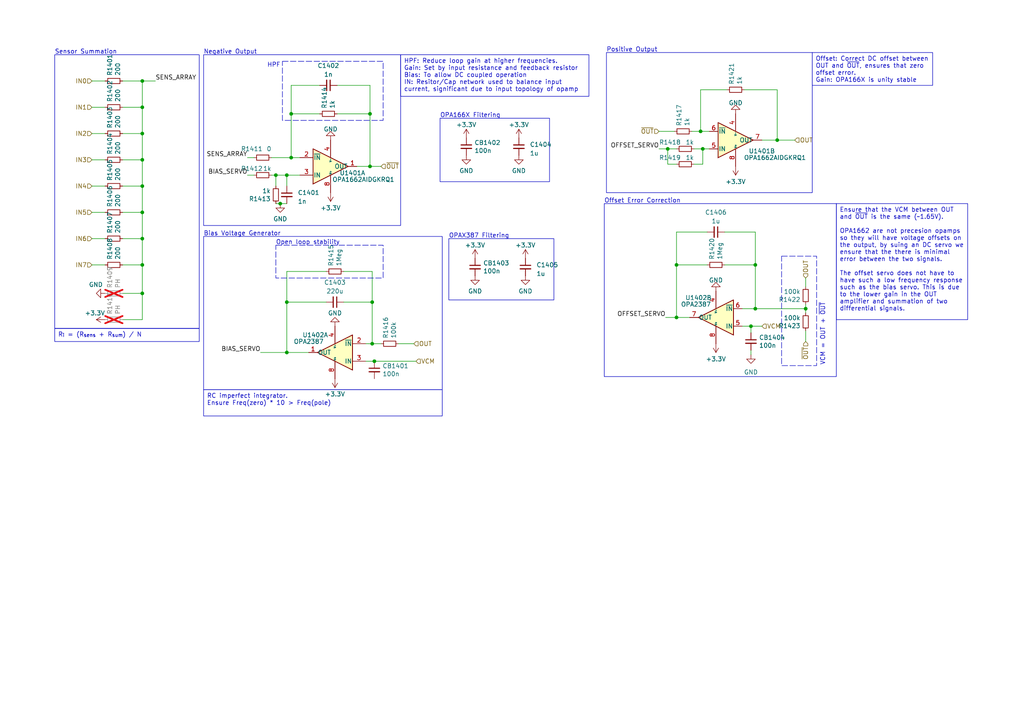
<source format=kicad_sch>
(kicad_sch (version 20230121) (generator eeschema)
  (paper "A4")
  (lib_symbols
    (symbol "Device:C_Small" (pin_numbers hide) (pin_names (offset 0.254) hide)
      (property "Reference" "C" (at 0.254 1.778 0))
      (property "Value" "C_Small" (at 0.254 -2.032 0))
      (symbol "C_Small_0_1"
        (polyline (pts (xy -1.524 -0.508) (xy 1.524 -0.508)) (stroke (width 0.3302)))
        (polyline (pts (xy -1.524 0.508) (xy 1.524 0.508)) (stroke (width 0.3048)))
      )
      (symbol "C_Small_1_1"
        (pin passive line (at 0 2.54 270) (length 2.032) (name "~") (number "1"))
        (pin passive line (at 0 -2.54 90) (length 2.032) (name "~") (number "2"))
      )
    )
    (symbol "Device:R_Small" (pin_numbers hide) (pin_names (offset 0.254) hide)
      (property "Reference" "R" (at 0.762 0.508 0))
      (property "Value" "R_Small" (at 0.762 -1.016 0))
      (symbol "R_Small_0_1"
        (rectangle (start -0.762 1.778) (end 0.762 -1.778) (stroke (width 0.2032)))
      )
      (symbol "R_Small_1_1"
        (pin passive line (at 0 2.54 270) (length 0.762) (name "~") (number "1"))
        (pin passive line (at 0 -2.54 90) (length 0.762) (name "~") (number "2"))
      )
    )
    (symbol "grootvoet:+3.3V_SENSOR" (power) (pin_names (offset 0))
      (property "Value" "+3.3V_SENSOR" (at 0 3.556 0))
      (symbol "+3.3V_SENSOR_0_1"
        (polyline (pts (xy -0.762 1.27) (xy 0 2.54)))
        (polyline (pts (xy 0 0) (xy 0 2.54)))
        (polyline (pts (xy 0 2.54) (xy 0.762 1.27)))
      )
      (symbol "+3.3V_SENSOR_1_1"
        (pin power_in line (at 0 0 90) (length 0) hide (name "+3.3V") (number "1"))
      )
    )
    (symbol "grootvoet:GND_SENSOR" (power) (pin_names (offset 0))
      (property "Value" "GND_SENSOR" (at 0 -3.81 0))
      (symbol "GND_SENSOR_0_1"
        (polyline (pts (xy 0 0) (xy 0 -1.27) (xy 1.27 -1.27) (xy 0 -2.54) (xy -1.27 -1.27) (xy 0 -1.27)))
      )
      (symbol "GND_SENSOR_1_1"
        (pin power_in line (at 0 0 270) (length 0) hide (name "GND") (number "1"))
      )
    )
    (symbol "grootvoet:OPA1662" (pin_names (offset 0.127))
      (property "Reference" "U" (at 3.81 6.35 0))
      (property "Value" "OPA1662AIDGKRQ1" (at 3.81 3.81 0))
      (symbol "OPA1662_0_1"
        (pin power_in line (at 0 -7.62 90) (length 5.08) (name "V-") (number "4"))
        (pin power_in line (at 0 7.62 270) (length 5.08) (name "V+") (number "8"))
      )
      (symbol "OPA1662_1_1"
        (polyline (pts (xy -5.08 5.08) (xy 5.08 0) (xy -5.08 -5.08) (xy -5.08 5.08) (xy -5.08 5.08)) (stroke (width 0.254)) (fill (type background)))
        (pin output line (at 7.62 0 180) (length 2.54) (name "OUT") (number "1"))
        (pin input line (at -8.89 -2.54 0) (length 3.81) (name "~{IN}") (number "2"))
        (pin input line (at -8.89 2.54 0) (length 3.81) (name "IN") (number "3"))
      )
      (symbol "OPA1662_2_1"
        (polyline (pts (xy -5.08 5.08) (xy 5.08 0) (xy -5.08 -5.08) (xy -5.08 5.08) (xy -5.08 5.08)) (stroke (width 0.254)) (fill (type background)))
        (pin input line (at -7.62 2.54 0) (length 2.54) (name "IN") (number "5"))
        (pin input line (at -7.62 -2.54 0) (length 2.54) (name "~{IN}") (number "6"))
        (pin output line (at 7.62 0 180) (length 2.54) (name "OUT") (number "7"))
      )
    )
    (symbol "grootvoet:OPA2387" (pin_names (offset 0.127))
      (property "Reference" "U" (at 3.81 6.35 0))
      (property "Value" "OPA2387" (at 3.81 3.81 0))
      (symbol "OPA2387_0_1"
        (pin power_in line (at 0 -7.62 90) (length 5.08) (name "V-") (number "4"))
        (pin power_in line (at 0 7.62 270) (length 5.08) (name "V+") (number "8"))
      )
      (symbol "OPA2387_1_1"
        (polyline (pts (xy -5.08 5.08) (xy 5.08 0) (xy -5.08 -5.08) (xy -5.08 5.08) (xy -5.08 5.08)) (stroke (width 0.254)) (fill (type background)))
        (pin output line (at 7.62 0 180) (length 2.54) (name "OUT") (number "1"))
        (pin input line (at -8.89 -2.54 0) (length 3.81) (name "~{IN}") (number "2"))
        (pin input line (at -8.89 2.54 0) (length 3.81) (name "IN") (number "3"))
      )
      (symbol "OPA2387_2_1"
        (polyline (pts (xy -5.08 5.08) (xy 5.08 0) (xy -5.08 -5.08) (xy -5.08 5.08) (xy -5.08 5.08)) (stroke (width 0.254)) (fill (type background)))
        (pin input line (at -7.62 2.54 0) (length 2.54) (name "IN") (number "5"))
        (pin input line (at -7.62 -2.54 0) (length 2.54) (name "~{IN}") (number "6"))
        (pin output line (at 7.62 0 180) (length 2.54) (name "OUT") (number "7"))
      )
    )
  )
  (junction (at 84.455 33.02))
  (junction (at 108.585 104.775))
  (junction (at 219.075 89.535))
  (junction (at 80.01 50.8))
  (junction (at 84.455 45.72))
  (junction (at 217.805 94.615))
  (junction (at 196.215 76.835))
  (junction (at 107.95 99.695))
  (junction (at 225.425 40.64))
  (junction (at 107.315 48.26))
  (junction (at 203.2 38.1))
  (junction (at 83.185 87.63))
  (junction (at 107.95 87.63))
  (junction (at 41.275 69.215))
  (junction (at 83.185 50.8))
  (junction (at 41.275 76.835))
  (junction (at 81.28 59.055))
  (junction (at 196.215 92.075))
  (junction (at 193.675 43.18))
  (junction (at 203.835 43.18))
  (junction (at 233.68 89.535))
  (junction (at 41.275 85.09))
  (junction (at 41.275 46.355))
  (junction (at 41.275 53.975))
  (junction (at 41.275 23.495))
  (junction (at 41.275 31.115))
  (junction (at 41.275 38.735))
  (junction (at 41.275 61.595))
  (junction (at 83.185 102.235))
  (junction (at 219.075 76.835))
  (junction (at 107.315 33.02))
  (wire (pts (xy 26.67 61.595) (xy 30.48 61.595)))
  (wire (pts (xy 41.275 38.735) (xy 41.275 31.115)))
  (wire (pts (xy 196.215 76.835) (xy 196.215 92.075)))
  (wire (pts (xy 94.615 78.74) (xy 83.185 78.74)))
  (wire (pts (xy 191.135 43.18) (xy 193.675 43.18)))
  (wire (pts (xy 205.105 76.835) (xy 196.215 76.835)))
  (wire (pts (xy 84.455 33.02) (xy 92.71 33.02)))
  (wire (pts (xy 94.615 87.63) (xy 83.185 87.63)))
  (wire (pts (xy 35.56 61.595) (xy 41.275 61.595)))
  (wire (pts (xy 84.455 33.02) (xy 84.455 45.72)))
  (wire (pts (xy 84.455 45.72) (xy 86.995 45.72)))
  (wire (pts (xy 210.185 76.835) (xy 219.075 76.835)))
  (wire (pts (xy 217.805 96.52) (xy 217.805 94.615)))
  (wire (pts (xy 219.075 76.835) (xy 219.075 89.535)))
  (wire (pts (xy 75.565 102.235) (xy 83.185 102.235)))
  (wire (pts (xy 219.075 67.31) (xy 219.075 76.835)))
  (wire (pts (xy 83.185 102.235) (xy 89.535 102.235)))
  (wire (pts (xy 210.185 67.31) (xy 219.075 67.31)))
  (wire (pts (xy 35.56 53.975) (xy 41.275 53.975)))
  (wire (pts (xy 233.68 88.265) (xy 233.68 89.535)))
  (wire (pts (xy 41.275 76.835) (xy 41.275 85.09)))
  (wire (pts (xy 35.56 38.735) (xy 41.275 38.735)))
  (wire (pts (xy 35.56 92.71) (xy 41.275 92.71)))
  (wire (pts (xy 205.105 67.31) (xy 196.215 67.31)))
  (wire (pts (xy 83.185 50.8) (xy 86.995 50.8)))
  (wire (pts (xy 230.505 40.64) (xy 225.425 40.64)))
  (wire (pts (xy 35.56 76.835) (xy 41.275 76.835)))
  (wire (pts (xy 26.67 46.355) (xy 30.48 46.355)))
  (wire (pts (xy 193.675 43.18) (xy 196.215 43.18)))
  (wire (pts (xy 215.265 94.615) (xy 217.805 94.615)))
  (wire (pts (xy 107.315 48.26) (xy 110.49 48.26)))
  (wire (pts (xy 107.315 33.02) (xy 107.315 48.26)))
  (wire (pts (xy 201.295 47.625) (xy 203.835 47.625)))
  (wire (pts (xy 41.275 53.975) (xy 41.275 46.355)))
  (wire (pts (xy 26.67 76.835) (xy 30.48 76.835)))
  (wire (pts (xy 203.835 43.18) (xy 205.74 43.18)))
  (wire (pts (xy 26.67 31.115) (xy 30.48 31.115)))
  (wire (pts (xy 80.01 59.055) (xy 81.28 59.055)))
  (wire (pts (xy 193.04 92.075) (xy 196.215 92.075)))
  (wire (pts (xy 107.315 48.26) (xy 103.505 48.26)))
  (wire (pts (xy 217.805 101.6) (xy 217.805 102.87)))
  (wire (pts (xy 83.185 87.63) (xy 83.185 102.235)))
  (wire (pts (xy 84.455 24.765) (xy 84.455 33.02)))
  (wire (pts (xy 41.275 31.115) (xy 41.275 23.495)))
  (wire (pts (xy 233.68 80.645) (xy 233.68 83.185)))
  (wire (pts (xy 80.01 50.8) (xy 80.01 53.975)))
  (wire (pts (xy 115.57 99.695) (xy 120.015 99.695)))
  (wire (pts (xy 97.79 33.02) (xy 107.315 33.02)))
  (wire (pts (xy 41.275 92.71) (xy 41.275 85.09)))
  (wire (pts (xy 41.275 23.495) (xy 45.085 23.495)))
  (wire (pts (xy 225.425 26.035) (xy 225.425 40.64)))
  (wire (pts (xy 99.695 78.74) (xy 107.95 78.74)))
  (wire (pts (xy 215.265 89.535) (xy 219.075 89.535)))
  (wire (pts (xy 80.01 50.8) (xy 83.185 50.8)))
  (wire (pts (xy 26.67 69.215) (xy 30.48 69.215)))
  (wire (pts (xy 83.185 78.74) (xy 83.185 87.63)))
  (wire (pts (xy 71.755 50.8) (xy 73.66 50.8)))
  (wire (pts (xy 35.56 31.115) (xy 41.275 31.115)))
  (wire (pts (xy 41.275 23.495) (xy 35.56 23.495)))
  (wire (pts (xy 71.755 45.72) (xy 73.66 45.72)))
  (wire (pts (xy 107.95 78.74) (xy 107.95 87.63)))
  (wire (pts (xy 81.28 59.055) (xy 83.185 59.055)))
  (wire (pts (xy 106.045 104.775) (xy 108.585 104.775)))
  (wire (pts (xy 99.695 87.63) (xy 107.95 87.63)))
  (wire (pts (xy 41.275 69.215) (xy 41.275 76.835)))
  (wire (pts (xy 78.74 45.72) (xy 84.455 45.72)))
  (wire (pts (xy 97.79 24.765) (xy 107.315 24.765)))
  (wire (pts (xy 196.215 67.31) (xy 196.215 76.835)))
  (wire (pts (xy 35.56 69.215) (xy 41.275 69.215)))
  (wire (pts (xy 83.185 50.8) (xy 83.185 53.975)))
  (wire (pts (xy 41.275 46.355) (xy 41.275 38.735)))
  (wire (pts (xy 219.075 89.535) (xy 233.68 89.535)))
  (wire (pts (xy 225.425 40.64) (xy 220.98 40.64)))
  (wire (pts (xy 203.2 26.035) (xy 203.2 38.1)))
  (wire (pts (xy 108.585 104.775) (xy 120.65 104.775)))
  (wire (pts (xy 191.135 38.1) (xy 195.58 38.1)))
  (wire (pts (xy 233.68 95.885) (xy 233.68 99.06)))
  (wire (pts (xy 78.74 50.8) (xy 80.01 50.8)))
  (wire (pts (xy 193.675 47.625) (xy 193.675 43.18)))
  (wire (pts (xy 30.48 23.495) (xy 26.67 23.495)))
  (wire (pts (xy 35.56 85.09) (xy 41.275 85.09)))
  (wire (pts (xy 107.95 87.63) (xy 107.95 99.695)))
  (wire (pts (xy 26.67 38.735) (xy 30.48 38.735)))
  (wire (pts (xy 107.315 24.765) (xy 107.315 33.02)))
  (wire (pts (xy 210.82 26.035) (xy 203.2 26.035)))
  (wire (pts (xy 200.66 38.1) (xy 203.2 38.1)))
  (wire (pts (xy 203.835 47.625) (xy 203.835 43.18)))
  (wire (pts (xy 196.215 92.075) (xy 200.025 92.075)))
  (wire (pts (xy 233.68 89.535) (xy 233.68 90.805)))
  (wire (pts (xy 35.56 46.355) (xy 41.275 46.355)))
  (wire (pts (xy 107.95 99.695) (xy 106.045 99.695)))
  (wire (pts (xy 110.49 99.695) (xy 107.95 99.695)))
  (wire (pts (xy 217.805 94.615) (xy 220.98 94.615)))
  (wire (pts (xy 92.71 24.765) (xy 84.455 24.765)))
  (wire (pts (xy 203.2 38.1) (xy 205.74 38.1)))
  (wire (pts (xy 26.67 53.975) (xy 30.48 53.975)))
  (wire (pts (xy 215.9 26.035) (xy 225.425 26.035)))
  (wire (pts (xy 201.295 43.18) (xy 203.835 43.18)))
  (wire (pts (xy 196.215 47.625) (xy 193.675 47.625)))
  (wire (pts (xy 41.275 61.595) (xy 41.275 53.975)))
  (wire (pts (xy 41.275 69.215) (xy 41.275 61.595)))
  (rectangle (start 15.875 15.875) (end 57.785 95.25))
  (rectangle (start 81.915 17.78) (end 111.125 34.925) (stroke (width 0) (type dash)))
  (rectangle (start 127.635 34.29) (end 159.385 52.705))
  (rectangle (start 175.26 59.055) (end 242.57 109.22))
  (rectangle (start 226.695 74.295) (end 236.855 106.045) (stroke (width 0) (type dash)))
  (rectangle (start 80.01 71.12) (end 111.125 80.645) (stroke (width 0) (type dash)))
  (rectangle (start 59.055 68.58) (end 128.27 113.03))
  (rectangle (start 59.055 15.875) (end 116.205 65.405))
  (rectangle (start 175.895 15.24) (end 235.585 55.88))
  (rectangle (start 130.175 69.215) (end 160.655 86.995))
  (text_box "Offset: Correct DC offset between OUT and ~{OUT}, ensures that zero offset error.\nGain: OPA166X is unity stable" (at 235.585 15.24 0) (size 34.925 9.525) (effects (font (size 1.27 1.27)) (justify left top)))
  (text_box "RC imperfect integrator. \nEnsure Freq(zero) * 10 > Freq(pole)" (at 59.055 113.03 0) (size 69.215 7.62) (effects (font (size 1.27 1.27)) (justify left top)))
  (text_box "R_{i} = (R_{sens} + R_{sum}) / N" (at 15.875 95.25 0) (size 41.91 3.81) (effects (font (size 1.27 1.27)) (justify left top)))
  (text_box "Ensure that the VCM between OUT and ~{OUT} is the same (~1.65V).\n\nOPA1662 are not precesion opamps so they will have voltage offsets on the output, by suing an DC servo we ensure that the there is minimal error between the two signals.\n\nThe offset servo does not have to have such a low frequency response such as the bias servo. This is due to the lower gain in the OUT amplifier and summation of two differential signals." (at 242.57 59.055 0) (size 38.1 33.655) (effects (font (size 1.27 1.27)) (justify left top)))
  (text_box "HPF: Reduce loop gain at higher frequencies.\nGain: Set by input resistance and feedback resistor\nBias: To allow DC coupled operation\nIN: Resitor/Cap network used to balance input current, significant due to input topology of opamp" (at 116.205 15.875 0) (size 54.61 12.065) (effects (font (size 1.27 1.27)) (justify left top)))
  (text "Sensor Summation" (at 15.875 15.875 0) (effects (font (size 1.27 1.27)) (justify left bottom)))
  (text "Open loop stability" (at 80.01 71.12 0) (effects (font (size 1.27 1.27)) (justify left bottom)))
  (text "VCM = OUT + ~{OUT}" (at 239.395 106.045 90) (effects (font (size 1.27 1.27)) (justify left bottom)))
  (text "Positive Output" (at 175.895 15.24 0) (effects (font (size 1.27 1.27)) (justify left bottom)))
  (text "Bias Voltage Generator" (at 59.055 68.58 0) (effects (font (size 1.27 1.27)) (justify left bottom)))
  (text "Negative Output" (at 59.055 15.875 0) (effects (font (size 1.27 1.27)) (justify left bottom)))
  (text "Offset Error Correction" (at 175.26 59.055 0) (effects (font (size 1.27 1.27)) (justify left bottom)))
  (text "OPAX387 Filtering" (at 130.175 69.215 0) (effects (font (size 1.27 1.27)) (justify left bottom)))
  (text "HPF" (at 77.47 19.685 0) (effects (font (size 1.27 1.27)) (justify left bottom)))
  (text "OPA166X Filtering" (at 127.635 34.29 0) (effects (font (size 1.27 1.27)) (justify left bottom)))
  (label "OFFSET_SERVO" (at 191.135 43.18 180))
  (label "SENS_ARRAY" (at 71.755 45.72 180))
  (label "OFFSET_SERVO" (at 193.04 92.075 180))
  (label "SENS_ARRAY" (at 45.085 23.495 0))
  (label "BIAS_SERVO" (at 75.565 102.235 180))
  (label "BIAS_SERVO" (at 71.755 50.8 180))
  (hierarchical_label "IN3" (shape input) (at 26.67 46.355 180))
  (hierarchical_label "~{OUT}" (shape input) (at 110.49 48.26 0))
  (hierarchical_label "~{OUT}" (shape input) (at 191.135 38.1 180))
  (hierarchical_label "VCM" (shape input) (at 120.65 104.775 0))
  (hierarchical_label "~{OUT}" (shape input) (at 233.68 99.06 270))
  (hierarchical_label "IN2" (shape input) (at 26.67 38.735 180))
  (hierarchical_label "IN1" (shape input) (at 26.67 31.115 180))
  (hierarchical_label "OUT" (shape input) (at 230.505 40.64 0))
  (hierarchical_label "IN7" (shape input) (at 26.67 76.835 180))
  (hierarchical_label "IN4" (shape input) (at 26.67 53.975 180))
  (hierarchical_label "OUT" (shape input) (at 120.015 99.695 0))
  (hierarchical_label "IN5" (shape input) (at 26.67 61.595 180))
  (hierarchical_label "VCM" (shape input) (at 220.98 94.615 0))
  (hierarchical_label "OUT" (shape input) (at 233.68 80.645 90))
  (hierarchical_label "IN0" (shape input) (at 26.67 23.495 180))
  (hierarchical_label "IN6" (shape input) (at 26.67 69.215 180))
  (symbol (lib_id "Device:C_Small") (at 135.255 42.545 0) (unit 1)
    (property "Reference" "CB1402" (at 137.5918 41.3766 0) (effects (justify left)))
    (property "Value" "100n" (at 137.5918 43.688 0) (effects (justify left)))
    (property "Footprint" "Capacitor_SMD:C_0603_1608Metric_Pad1.08x0.95mm_HandSolder" (effects hide))
    (property "MPN" "C0603C104M5RACTU" (effects hide))
    (property "Mfr." "KEMET" (effects hide))
    (instances (project "kleinvoet" (path "" (reference "CB1402") (unit 1))) (project "Sensor_Board" (path "" (reference "CB?") (unit 1)) (path "" (reference "CB4") (unit 1))))
  )
  (symbol (lib_id "Device:R_Small") (at 33.02 23.495 90) (unit 1)
    (property "Reference" "R1401" (at 31.8516 21.9964 0) (effects (justify left)))
    (property "Value" "200" (at 34.163 21.9964 0) (effects (justify left)))
    (property "Footprint" "Resistor_SMD:R_0603_1608Metric_Pad0.98x0.95mm_HandSolder" (effects hide))
    (property "Mfr." "Panasonic" (effects hide))
    (instances (project "kleinvoet" (path "" (reference "R1401") (unit 1))) (project "Sensor_Board" (path "" (reference "R?") (unit 1)) (path "" (reference "R2") (unit 1))))
  )
  (symbol (lib_id "Device:R_Small") (at 33.02 38.735 90) (unit 1)
    (property "Reference" "R1403" (at 31.8516 37.2364 0) (effects (justify left)))
    (property "Value" "200" (at 34.163 37.2364 0) (effects (justify left)))
    (property "Footprint" "Resistor_SMD:R_0603_1608Metric_Pad0.98x0.95mm_HandSolder" (effects hide))
    (property "Mfr." "Panasonic" (effects hide))
    (instances (project "kleinvoet" (path "" (reference "R1403") (unit 1))) (project "Sensor_Board" (path "" (reference "R?") (unit 1)) (path "" (reference "R2") (unit 1))))
  )
  (symbol (lib_id "grootvoet:OPA2387") (at 207.645 92.075 180) (unit 2)
    (property "Reference" "U1402" (at 198.755 86.36 0) (effects (justify right)))
    (property "Value" "OPA2387" (at 197.485 88.265 0) (effects (justify right)))
    (property "Footprint" "grootvoet:OPA1662AIDGK" (effects hide))
    (property "Datasheet" "https://www.ti.com/lit/ds/symlink/opa387.pdf" (effects hide))
  )
  (symbol (lib_id "grootvoet:+3.3V_SENSOR") (at 95.885 55.88 180) (unit 1)
    (property "Reference" "#PWR01" (effects hide))
    (property "Value" "+3.3V_SENSOR" (at 95.885 60.325 0))
    (instances (project "kleinvoet" (path "" (reference "#PWR01") (unit 1)) (path "" (reference "#PWR01405") (unit 1))))
  )
  (symbol (lib_id "grootvoet:+3.3V_SENSOR") (at 152.4 74.93 0) (unit 1)
    (property "Reference" "#PWR01" (effects hide))
    (property "Value" "+3.3V_SENSOR" (at 152.4 71.12 0))
    (instances (project "kleinvoet" (path "" (reference "#PWR01") (unit 1)) (path "" (reference "#PWR01414") (unit 1))))
  )
  (symbol (lib_id "Device:R_Small") (at 76.2 45.72 90) (unit 1)
    (property "Reference" "R1411" (at 76.2 43.18 90) (effects (justify left)))
    (property "Value" "0" (at 78.74 43.18 90) (effects (justify left)))
    (property "Footprint" "Resistor_SMD:R_0603_1608Metric_Pad0.98x0.95mm_HandSolder" (effects hide))
    (property "Mfr." "Panasonic" (effects hide))
    (instances (project "kleinvoet" (path "" (reference "R1411") (unit 1))) (project "Sensor_Board" (path "" (reference "R?") (unit 1)) (path "" (reference "R2") (unit 1))))
  )
  (symbol (lib_id "Device:C_Small") (at 217.805 99.06 0) (unit 1)
    (property "Reference" "CB1404" (at 220.1418 97.8916 0) (effects (justify left)))
    (property "Value" "100n" (at 220.1418 100.203 0) (effects (justify left)))
    (property "Footprint" "Capacitor_SMD:C_0603_1608Metric_Pad1.08x0.95mm_HandSolder" (effects hide))
    (property "MPN" "C0603C104M5RACTU" (effects hide))
    (property "Mfr." "KEMET" (effects hide))
    (instances (project "kleinvoet" (path "" (reference "CB1404") (unit 1))) (project "Sensor_Board" (path "" (reference "CB?") (unit 1)) (path "" (reference "CB4") (unit 1))))
  )
  (symbol (lib_id "Device:R_Small") (at 233.68 85.725 180) (unit 1)
    (property "Reference" "R1422" (at 232.1814 86.8934 0) (effects (justify left)))
    (property "Value" "100k" (at 232.1814 84.582 0) (effects (justify left)))
    (property "Footprint" "Resistor_SMD:R_0603_1608Metric_Pad0.98x0.95mm_HandSolder" (effects hide))
    (property "Mfr." "Panasonic" (effects hide))
    (instances (project "kleinvoet" (path "" (reference "R1422") (unit 1))) (project "Sensor_Board" (path "" (reference "R?") (unit 1)) (path "" (reference "R2") (unit 1))))
  )
  (symbol (lib_id "grootvoet:+3.3V_SENSOR") (at 150.495 40.005 0) (unit 1)
    (property "Reference" "#PWR01" (effects hide))
    (property "Value" "+3.3V_SENSOR" (at 150.495 36.195 0))
    (instances (project "kleinvoet" (path "" (reference "#PWR01") (unit 1)) (path "" (reference "#PWR01412") (unit 1))))
  )
  (symbol (lib_id "Device:C_Small") (at 152.4 77.47 0) (unit 1)
    (property "Reference" "C1405" (at 155.575 76.8413 0) (effects (justify left)))
    (property "Value" "1u" (at 155.575 79.3813 0) (effects (justify left)))
  )
  (symbol (lib_id "Device:C_Small") (at 150.495 42.545 0) (unit 1)
    (property "Reference" "C1404" (at 153.67 41.9163 0) (effects (justify left)))
    (property "Value" "1u" (at 153.67 44.4563 0) (effects (justify left)))
  )
  (symbol (lib_id "Device:R_Small") (at 198.755 47.625 90) (unit 1)
    (property "Reference" "R1419" (at 197.485 45.72 90) (effects (justify left)))
    (property "Value" "1k" (at 201.295 45.72 90) (effects (justify left)))
    (property "Footprint" "Resistor_SMD:R_0603_1608Metric_Pad0.98x0.95mm_HandSolder" (effects hide))
    (property "Mfr." "Panasonic" (effects hide))
    (instances (project "kleinvoet" (path "" (reference "R1419") (unit 1))) (project "Sensor_Board" (path "" (reference "R?") (unit 1)) (path "" (reference "R2") (unit 1))))
  )
  (symbol (lib_id "grootvoet:GND_SENSOR") (at 207.645 84.455 180) (unit 1)
    (property "Reference" "#PWR0215" (effects hide))
    (property "Value" "GND_SENSOR" (at 207.645 81.28 0))
    (instances (project "kleinvoet" (path "" (reference "#PWR0215") (unit 1)) (path "" (reference "#PWR01416") (unit 1))))
  )
  (symbol (lib_id "Device:R_Small") (at 33.02 53.975 90) (unit 1)
    (property "Reference" "R1405" (at 31.8516 52.4764 0) (effects (justify left)))
    (property "Value" "200" (at 34.163 52.4764 0) (effects (justify left)))
    (property "Footprint" "Resistor_SMD:R_0603_1608Metric_Pad0.98x0.95mm_HandSolder" (effects hide))
    (property "Mfr." "Panasonic" (effects hide))
    (instances (project "kleinvoet" (path "" (reference "R1405") (unit 1))) (project "Sensor_Board" (path "" (reference "R?") (unit 1)) (path "" (reference "R2") (unit 1))))
  )
  (symbol (lib_id "Device:C_Small") (at 83.185 56.515 0) (unit 1)
    (property "Reference" "C1401" (at 86.36 55.8863 0) (effects (justify left)))
    (property "Value" "1n" (at 86.36 58.4263 0) (effects (justify left)))
  )
  (symbol (lib_id "grootvoet:GND_SENSOR") (at 152.4 80.01 0) (unit 1)
    (property "Reference" "#PWR0215" (effects hide))
    (property "Value" "GND_SENSOR" (at 152.4 84.455 0))
    (instances (project "kleinvoet" (path "" (reference "#PWR0215") (unit 1)) (path "" (reference "#PWR01415") (unit 1))))
  )
  (symbol (lib_id "grootvoet:GND_SENSOR") (at 95.885 40.64 180) (unit 1)
    (property "Reference" "#PWR0215" (effects hide))
    (property "Value" "GND_SENSOR" (at 95.885 37.465 0))
    (instances (project "kleinvoet" (path "" (reference "#PWR0215") (unit 1)) (path "" (reference "#PWR01404") (unit 1))))
  )
  (symbol (lib_id "grootvoet:GND_SENSOR") (at 97.155 94.615 180) (unit 1)
    (property "Reference" "#PWR0215" (effects hide))
    (property "Value" "GND_SENSOR" (at 97.155 90.805 0))
    (instances (project "kleinvoet" (path "" (reference "#PWR0215") (unit 1)) (path "" (reference "#PWR01406") (unit 1))))
  )
  (symbol (lib_id "Device:R_Small") (at 198.12 38.1 90) (unit 1)
    (property "Reference" "R1417" (at 196.9516 36.6014 0) (effects (justify left)))
    (property "Value" "1k" (at 199.263 36.6014 0) (effects (justify left)))
    (property "Footprint" "Resistor_SMD:R_0603_1608Metric_Pad0.98x0.95mm_HandSolder" (effects hide))
    (property "Mfr." "Panasonic" (effects hide))
    (instances (project "kleinvoet" (path "" (reference "R1417") (unit 1))) (project "Sensor_Board" (path "" (reference "R?") (unit 1)) (path "" (reference "R2") (unit 1))))
  )
  (symbol (lib_id "Device:C_Small") (at 95.25 24.765 270) (unit 1)
    (property "Reference" "C1402" (at 95.2436 19.05 90))
    (property "Value" "1n" (at 95.2436 21.59 90))
  )
  (symbol (lib_id "Device:R_Small") (at 76.2 50.8 90) (unit 1)
    (property "Reference" "R1412" (at 76.2 48.895 90) (effects (justify left)))
    (property "Value" "1k" (at 78.74 48.895 90) (effects (justify left)))
    (property "Footprint" "Resistor_SMD:R_0603_1608Metric_Pad0.98x0.95mm_HandSolder" (effects hide))
    (property "Mfr." "Panasonic" (effects hide))
    (instances (project "kleinvoet" (path "" (reference "R1412") (unit 1))) (project "Sensor_Board" (path "" (reference "R?") (unit 1)) (path "" (reference "R2") (unit 1))))
  )
  (symbol (lib_id "grootvoet:OPA1662") (at 213.36 40.64 0) (mirror x) (unit 2)
    (property "Reference" "U1401" (at 220.98 43.815 0))
    (property "Value" "OPA1662AIDGKRQ1" (at 224.79 45.72 0))
    (property "Footprint" "grootvoet:OPA1662AIDGK" (effects hide))
    (property "Datasheet" "https://www.ti.com/lit/ds/symlink/opa1664.pdf" (effects hide))
  )
  (symbol (lib_id "Device:R_Small") (at 213.36 26.035 90) (unit 1)
    (property "Reference" "R1421" (at 212.1916 24.5364 0) (effects (justify left)))
    (property "Value" "1k" (at 214.503 24.5364 0) (effects (justify left)))
    (property "Footprint" "Resistor_SMD:R_0603_1608Metric_Pad0.98x0.95mm_HandSolder" (effects hide))
    (property "Mfr." "Panasonic" (effects hide))
    (instances (project "kleinvoet" (path "" (reference "R1421") (unit 1))) (project "Sensor_Board" (path "" (reference "R?") (unit 1)) (path "" (reference "R2") (unit 1))))
  )
  (symbol (lib_id "Device:R_Small") (at 33.02 31.115 90) (unit 1)
    (property "Reference" "R1402" (at 31.8516 29.6164 0) (effects (justify left)))
    (property "Value" "200" (at 34.163 29.6164 0) (effects (justify left)))
    (property "Footprint" "Resistor_SMD:R_0603_1608Metric_Pad0.98x0.95mm_HandSolder" (effects hide))
    (property "Mfr." "Panasonic" (effects hide))
    (instances (project "kleinvoet" (path "" (reference "R1402") (unit 1))) (project "Sensor_Board" (path "" (reference "R?") (unit 1)) (path "" (reference "R2") (unit 1))))
  )
  (symbol (lib_id "grootvoet:OPA1662") (at 95.885 48.26 0) (mirror x) (unit 1)
    (property "Reference" "U1401" (at 102.235 50.165 0))
    (property "Value" "OPA1662AIDGKRQ1" (at 105.41 52.07 0))
    (property "Footprint" "grootvoet:OPA1662AIDGK" (effects hide))
    (property "Datasheet" "https://www.ti.com/lit/ds/symlink/opa1664.pdf" (effects hide))
  )
  (symbol (lib_id "Device:R_Small") (at 33.02 61.595 90) (unit 1)
    (property "Reference" "R1406" (at 31.8516 60.0964 0) (effects (justify left)))
    (property "Value" "200" (at 34.163 60.0964 0) (effects (justify left)))
    (property "Footprint" "Resistor_SMD:R_0603_1608Metric_Pad0.98x0.95mm_HandSolder" (effects hide))
    (property "Mfr." "Panasonic" (effects hide))
    (instances (project "kleinvoet" (path "" (reference "R1406") (unit 1))) (project "Sensor_Board" (path "" (reference "R?") (unit 1)) (path "" (reference "R2") (unit 1))))
  )
  (symbol (lib_id "Device:R_Small") (at 207.645 76.835 90) (unit 1)
    (property "Reference" "R1420" (at 206.4766 75.3364 0) (effects (justify left)))
    (property "Value" "1Meg" (at 208.788 75.3364 0) (effects (justify left)))
    (property "Footprint" "Resistor_SMD:R_0603_1608Metric_Pad0.98x0.95mm_HandSolder" (effects hide))
    (property "Mfr." "Panasonic" (effects hide))
    (instances (project "kleinvoet" (path "" (reference "R1420") (unit 1))) (project "Sensor_Board" (path "" (reference "R?") (unit 1)) (path "" (reference "R2") (unit 1))))
  )
  (symbol (lib_id "grootvoet:GND_SENSOR") (at 213.36 33.02 180) (unit 1)
    (property "Reference" "#PWR0215" (effects hide))
    (property "Value" "GND_SENSOR" (at 213.36 29.845 0))
    (instances (project "kleinvoet" (path "" (reference "#PWR0215") (unit 1)) (path "" (reference "#PWR01418") (unit 1))))
  )
  (symbol (lib_id "grootvoet:+3.3V_SENSOR") (at 30.48 92.71 90) (unit 1)
    (property "Reference" "#PWR01" (effects hide))
    (property "Value" "+3.3V_SENSOR" (at 30.48 90.805 90) (effects (justify left)))
    (instances (project "kleinvoet" (path "" (reference "#PWR01") (unit 1)) (path "" (reference "#PWR01402") (unit 1))))
  )
  (symbol (lib_id "Device:R_Small") (at 97.155 78.74 90) (unit 1)
    (property "Reference" "R1415" (at 95.9866 77.2414 0) (effects (justify left)))
    (property "Value" "1Meg" (at 98.298 77.2414 0) (effects (justify left)))
    (property "Footprint" "Resistor_SMD:R_0603_1608Metric_Pad0.98x0.95mm_HandSolder" (effects hide))
    (property "Mfr." "Panasonic" (effects hide))
    (instances (project "kleinvoet" (path "" (reference "R1415") (unit 1))) (project "Sensor_Board" (path "" (reference "R?") (unit 1)) (path "" (reference "R2") (unit 1))))
  )
  (symbol (lib_id "grootvoet:+3.3V_SENSOR") (at 137.795 74.93 0) (unit 1)
    (property "Reference" "#PWR01" (effects hide))
    (property "Value" "+3.3V_SENSOR" (at 137.795 71.12 0))
    (instances (project "kleinvoet" (path "" (reference "#PWR01") (unit 1)) (path "" (reference "#PWR01410") (unit 1))))
  )
  (symbol (lib_id "Device:C_Small") (at 207.645 67.31 270) (unit 1)
    (property "Reference" "C1406" (at 207.6386 61.595 90))
    (property "Value" "1u" (at 207.6386 64.135 90))
  )
  (symbol (lib_id "Device:C_Small") (at 108.585 107.315 0) (unit 1)
    (property "Reference" "CB1401" (at 110.9218 106.1466 0) (effects (justify left)))
    (property "Value" "100n" (at 110.9218 108.458 0) (effects (justify left)))
    (property "Footprint" "Capacitor_SMD:C_0603_1608Metric_Pad1.08x0.95mm_HandSolder" (effects hide))
    (property "MPN" "C0603C104M5RACTU" (effects hide))
    (property "Mfr." "KEMET" (effects hide))
    (instances (project "kleinvoet" (path "" (reference "CB1401") (unit 1))) (project "Sensor_Board" (path "" (reference "CB?") (unit 1)) (path "" (reference "CB4") (unit 1))))
  )
  (symbol (lib_id "grootvoet:GND_SENSOR") (at 150.495 45.085 0) (unit 1)
    (property "Reference" "#PWR0215" (effects hide))
    (property "Value" "GND_SENSOR" (at 150.495 49.53 0))
    (instances (project "kleinvoet" (path "" (reference "#PWR0215") (unit 1)) (path "" (reference "#PWR01413") (unit 1))))
  )
  (symbol (lib_id "grootvoet:GND_SENSOR") (at 135.255 45.085 0) (unit 1)
    (property "Reference" "#PWR0215" (effects hide))
    (property "Value" "GND_SENSOR" (at 135.255 49.53 0))
    (instances (project "kleinvoet" (path "" (reference "#PWR0215") (unit 1)) (path "" (reference "#PWR01409") (unit 1))))
  )
  (symbol (lib_id "Device:C_Small") (at 97.155 87.63 270) (unit 1)
    (property "Reference" "C1403" (at 97.1486 81.915 90))
    (property "Value" "220u" (at 97.1486 84.455 90))
  )
  (symbol (lib_id "grootvoet:GND_SENSOR") (at 81.28 59.055 0) (unit 1)
    (property "Reference" "#PWR0215" (effects hide))
    (property "Value" "GND_SENSOR" (at 81.28 63.5 0))
    (instances (project "kleinvoet" (path "" (reference "#PWR0215") (unit 1)) (path "" (reference "#PWR01403") (unit 1))))
  )
  (symbol (lib_id "Device:R_Small") (at 33.02 92.71 90) (unit 1) (in_bom no) (dnp yes)
    (property "Reference" "R1410" (at 31.8516 91.2114 0) (effects (justify left)))
    (property "Value" "PH" (at 34.163 91.2114 0) (effects (justify left)))
    (property "Footprint" "Resistor_SMD:R_0603_1608Metric_Pad0.98x0.95mm_HandSolder" (effects hide))
    (property "Mfr." "Panasonic" (effects hide))
    (instances (project "kleinvoet" (path "" (reference "R1410") (unit 1))) (project "Sensor_Board" (path "" (reference "R?") (unit 1)) (path "" (reference "R2") (unit 1))))
  )
  (symbol (lib_id "grootvoet:+3.3V_SENSOR") (at 213.36 48.26 180) (unit 1)
    (property "Reference" "#PWR01" (effects hide))
    (property "Value" "+3.3V_SENSOR" (at 213.36 52.705 0))
    (instances (project "kleinvoet" (path "" (reference "#PWR01") (unit 1)) (path "" (reference "#PWR01419") (unit 1))))
  )
  (symbol (lib_id "Device:R_Small") (at 33.02 85.09 90) (unit 1) (in_bom no) (dnp yes)
    (property "Reference" "R1409" (at 31.8516 83.5914 0) (effects (justify left)))
    (property "Value" "PH" (at 34.163 83.5914 0) (effects (justify left)))
    (property "Footprint" "Resistor_SMD:R_0603_1608Metric_Pad0.98x0.95mm_HandSolder" (effects hide))
    (property "Mfr." "Panasonic" (effects hide))
    (instances (project "kleinvoet" (path "" (reference "R1409") (unit 1))) (project "Sensor_Board" (path "" (reference "R?") (unit 1)) (path "" (reference "R2") (unit 1))))
  )
  (symbol (lib_id "Device:R_Small") (at 33.02 76.835 90) (unit 1)
    (property "Reference" "R1408" (at 31.8516 75.3364 0) (effects (justify left)))
    (property "Value" "200" (at 34.163 75.3364 0) (effects (justify left)))
    (property "Footprint" "Resistor_SMD:R_0603_1608Metric_Pad0.98x0.95mm_HandSolder" (effects hide))
    (property "Mfr." "Panasonic" (effects hide))
    (instances (project "kleinvoet" (path "" (reference "R1408") (unit 1))) (project "Sensor_Board" (path "" (reference "R?") (unit 1)) (path "" (reference "R2") (unit 1))))
  )
  (symbol (lib_id "grootvoet:+3.3V_SENSOR") (at 207.645 99.695 180) (unit 1)
    (property "Reference" "#PWR01" (effects hide))
    (property "Value" "+3.3V_SENSOR" (at 207.645 104.14 0))
    (instances (project "kleinvoet" (path "" (reference "#PWR01") (unit 1)) (path "" (reference "#PWR01417") (unit 1))))
  )
  (symbol (lib_id "grootvoet:+3.3V_SENSOR") (at 135.255 40.005 0) (unit 1)
    (property "Reference" "#PWR01" (effects hide))
    (property "Value" "+3.3V_SENSOR" (at 135.255 36.195 0))
    (instances (project "kleinvoet" (path "" (reference "#PWR01") (unit 1)) (path "" (reference "#PWR01408") (unit 1))))
  )
  (symbol (lib_id "Device:R_Small") (at 33.02 46.355 90) (unit 1)
    (property "Reference" "R1404" (at 31.8516 44.8564 0) (effects (justify left)))
    (property "Value" "200" (at 34.163 44.8564 0) (effects (justify left)))
    (property "Footprint" "Resistor_SMD:R_0603_1608Metric_Pad0.98x0.95mm_HandSolder" (effects hide))
    (property "Mfr." "Panasonic" (effects hide))
    (instances (project "kleinvoet" (path "" (reference "R1404") (unit 1))) (project "Sensor_Board" (path "" (reference "R?") (unit 1)) (path "" (reference "R2") (unit 1))))
  )
  (symbol (lib_id "Device:R_Small") (at 95.25 33.02 90) (unit 1)
    (property "Reference" "R1414" (at 94.0816 31.5214 0) (effects (justify left)))
    (property "Value" "1k" (at 96.393 31.5214 0) (effects (justify left)))
    (property "Footprint" "Resistor_SMD:R_0603_1608Metric_Pad0.98x0.95mm_HandSolder" (effects hide))
    (property "Mfr." "Panasonic" (effects hide))
    (instances (project "kleinvoet" (path "" (reference "R1414") (unit 1))) (project "Sensor_Board" (path "" (reference "R?") (unit 1)) (path "" (reference "R2") (unit 1))))
  )
  (symbol (lib_id "Device:R_Small") (at 233.68 93.345 180) (unit 1)
    (property "Reference" "R1423" (at 232.1814 94.5134 0) (effects (justify left)))
    (property "Value" "100k" (at 232.1814 92.202 0) (effects (justify left)))
    (property "Footprint" "Resistor_SMD:R_0603_1608Metric_Pad0.98x0.95mm_HandSolder" (effects hide))
    (property "Mfr." "Panasonic" (effects hide))
    (instances (project "kleinvoet" (path "" (reference "R1423") (unit 1))) (project "Sensor_Board" (path "" (reference "R?") (unit 1)) (path "" (reference "R2") (unit 1))))
  )
  (symbol (lib_id "Device:C_Small") (at 137.795 77.47 0) (unit 1)
    (property "Reference" "CB1403" (at 140.1318 76.3016 0) (effects (justify left)))
    (property "Value" "100n" (at 140.1318 78.613 0) (effects (justify left)))
    (property "Footprint" "Capacitor_SMD:C_0603_1608Metric_Pad1.08x0.95mm_HandSolder" (effects hide))
    (property "MPN" "C0603C104M5RACTU" (effects hide))
    (property "Mfr." "KEMET" (effects hide))
    (instances (project "kleinvoet" (path "" (reference "CB1403") (unit 1))) (project "Sensor_Board" (path "" (reference "CB?") (unit 1)) (path "" (reference "CB4") (unit 1))))
  )
  (symbol (lib_id "Device:R_Small") (at 80.01 56.515 180) (unit 1)
    (property "Reference" "R1413" (at 78.5114 57.6834 0) (effects (justify left)))
    (property "Value" "1k" (at 78.5114 55.372 0) (effects (justify left)))
    (property "Footprint" "Resistor_SMD:R_0603_1608Metric_Pad0.98x0.95mm_HandSolder" (effects hide))
    (property "Mfr." "Panasonic" (effects hide))
    (instances (project "kleinvoet" (path "" (reference "R1413") (unit 1))) (project "Sensor_Board" (path "" (reference "R?") (unit 1)) (path "" (reference "R2") (unit 1))))
  )
  (symbol (lib_id "grootvoet:+3.3V_SENSOR") (at 97.155 109.855 180) (unit 1)
    (property "Reference" "#PWR01" (effects hide))
    (property "Value" "+3.3V_SENSOR" (at 97.155 114.3 0))
    (instances (project "kleinvoet" (path "" (reference "#PWR01") (unit 1)) (path "" (reference "#PWR01407") (unit 1))))
  )
  (symbol (lib_id "Device:R_Small") (at 113.03 99.695 90) (unit 1)
    (property "Reference" "R1416" (at 111.8616 98.1964 0) (effects (justify left)))
    (property "Value" "100k" (at 114.173 98.1964 0) (effects (justify left)))
    (property "Footprint" "Resistor_SMD:R_0603_1608Metric_Pad0.98x0.95mm_HandSolder" (effects hide))
    (property "Mfr." "Panasonic" (effects hide))
    (instances (project "kleinvoet" (path "" (reference "R1416") (unit 1))) (project "Sensor_Board" (path "" (reference "R?") (unit 1)) (path "" (reference "R2") (unit 1))))
  )
  (symbol (lib_id "grootvoet:OPA2387") (at 97.155 102.235 180) (unit 1)
    (property "Reference" "U1402" (at 91.44 97.155 0))
    (property "Value" "OPA2387" (at 89.535 99.06 0))
    (property "Footprint" "grootvoet:OPA1662AIDGK" (effects hide))
    (property "Datasheet" "https://www.ti.com/lit/ds/symlink/opa387.pdf" (effects hide))
  )
  (symbol (lib_id "Device:R_Small") (at 198.755 43.18 90) (unit 1)
    (property "Reference" "R1418" (at 197.485 41.275 90) (effects (justify left)))
    (property "Value" "1k" (at 201.295 41.275 90) (effects (justify left)))
    (property "Footprint" "Resistor_SMD:R_0603_1608Metric_Pad0.98x0.95mm_HandSolder" (effects hide))
    (property "Mfr." "Panasonic" (effects hide))
    (instances (project "kleinvoet" (path "" (reference "R1418") (unit 1))) (project "Sensor_Board" (path "" (reference "R?") (unit 1)) (path "" (reference "R2") (unit 1))))
  )
  (symbol (lib_id "grootvoet:GND_SENSOR") (at 217.805 102.87 0) (unit 1)
    (property "Reference" "#PWR0215" (effects hide))
    (property "Value" "GND_SENSOR" (at 217.805 107.95 0))
    (instances (project "kleinvoet" (path "" (reference "#PWR0215") (unit 1)) (path "" (reference "#PWR01420") (unit 1))))
  )
  (symbol (lib_id "grootvoet:GND_SENSOR") (at 30.48 85.09 270) (unit 1)
    (property "Reference" "#PWR0215" (effects hide))
    (property "Value" "GND_SENSOR" (at 29.845 82.55 90) (effects (justify right)))
    (instances (project "kleinvoet" (path "" (reference "#PWR0215") (unit 1)) (path "" (reference "#PWR01401") (unit 1))))
  )
  (symbol (lib_id "Device:R_Small") (at 33.02 69.215 90) (unit 1)
    (property "Reference" "R1407" (at 31.8516 67.7164 0) (effects (justify left)))
    (property "Value" "200" (at 34.163 67.7164 0) (effects (justify left)))
    (property "Footprint" "Resistor_SMD:R_0603_1608Metric_Pad0.98x0.95mm_HandSolder" (effects hide))
    (property "Mfr." "Panasonic" (effects hide))
    (instances (project "kleinvoet" (path "" (reference "R1407") (unit 1))) (project "Sensor_Board" (path "" (reference "R?") (unit 1)) (path "" (reference "R2") (unit 1))))
  )
  (symbol (lib_id "grootvoet:GND_SENSOR") (at 137.795 80.01 0) (unit 1)
    (property "Reference" "#PWR0215" (effects hide))
    (property "Value" "GND_SENSOR" (at 137.795 84.455 0))
    (instances (project "kleinvoet" (path "" (reference "#PWR0215") (unit 1)) (path "" (reference "#PWR01411") (unit 1))))
  )
)
</source>
